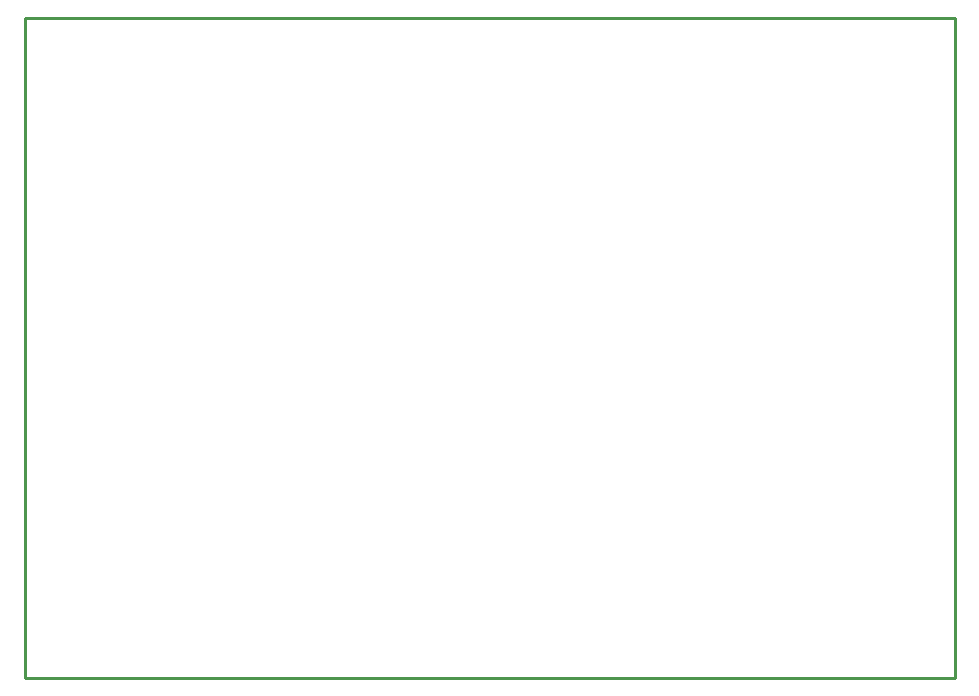
<source format=gko>
%FSLAX25Y25*%
%MOIN*%
G70*
G01*
G75*
G04 Layer_Color=16711935*
%ADD10O,0.06102X0.02362*%
%ADD11R,0.06102X0.02362*%
%ADD12R,0.09843X0.05906*%
%ADD13R,0.27559X0.27559*%
%ADD14R,0.05118X0.02756*%
%ADD15R,0.10630X0.06299*%
%ADD16R,0.02756X0.05118*%
%ADD17C,0.02000*%
%ADD18C,0.05000*%
%ADD19C,0.03000*%
%ADD20C,0.37500*%
%ADD21C,0.08000*%
%ADD22C,0.06299*%
%ADD23C,0.04724*%
%ADD24C,0.05512*%
%ADD25C,0.05000*%
%ADD26R,0.04000X0.08000*%
%ADD27R,0.40000X0.40000*%
%ADD28C,0.00787*%
%ADD29C,0.03937*%
%ADD30C,0.00500*%
%ADD31C,0.01969*%
%ADD32C,0.01000*%
%ADD33C,0.00700*%
%ADD34R,0.27500X0.32500*%
%ADD35R,0.45000X0.22500*%
%ADD36O,0.06702X0.02962*%
%ADD37R,0.06702X0.02962*%
%ADD38R,0.10443X0.06506*%
%ADD39R,0.28159X0.28159*%
%ADD40R,0.05718X0.03356*%
%ADD41R,0.11230X0.06899*%
%ADD42R,0.03356X0.05718*%
%ADD43C,0.38100*%
%ADD44C,0.08600*%
%ADD45C,0.06899*%
%ADD46C,0.05324*%
%ADD47C,0.06112*%
%ADD48C,0.00600*%
%ADD49C,0.00200*%
%ADD50C,0.00250*%
%ADD51C,0.00394*%
D32*
X550000Y140000D02*
Y360000D01*
X860000D01*
Y140000D02*
Y360000D01*
X550000Y140000D02*
X860000D01*
M02*

</source>
